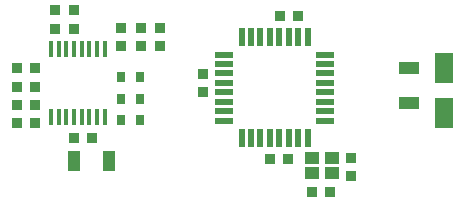
<source format=gtp>
G04*
G04 #@! TF.GenerationSoftware,Altium Limited,Altium Designer,20.2.6 (244)*
G04*
G04 Layer_Color=8421504*
%FSLAX25Y25*%
%MOIN*%
G70*
G04*
G04 #@! TF.SameCoordinates,1A3BA952-A66C-493A-B53E-150E5816C36F*
G04*
G04*
G04 #@! TF.FilePolarity,Positive*
G04*
G01*
G75*
%ADD15R,0.01772X0.05512*%
%ADD16R,0.03150X0.03740*%
%ADD17R,0.05906X0.02362*%
%ADD18R,0.02362X0.05906*%
%ADD19R,0.03740X0.03543*%
%ADD20R,0.06496X0.09843*%
%ADD21R,0.04528X0.03937*%
%ADD22R,0.03543X0.03740*%
%ADD23R,0.06890X0.04331*%
%ADD24R,0.04331X0.06890*%
D15*
X58563Y54921D02*
D03*
X56004D02*
D03*
X53445D02*
D03*
X50886D02*
D03*
X48327D02*
D03*
X45768D02*
D03*
X43209D02*
D03*
X40650D02*
D03*
X58563Y32087D02*
D03*
X56004D02*
D03*
X53445D02*
D03*
X50886D02*
D03*
X48327D02*
D03*
X45768D02*
D03*
X43209D02*
D03*
X40650D02*
D03*
D16*
X64075Y45472D02*
D03*
X70374D02*
D03*
X64075Y38386D02*
D03*
X70374D02*
D03*
X64075Y31299D02*
D03*
X70374D02*
D03*
D17*
X131949Y49902D02*
D03*
Y46752D02*
D03*
Y53051D02*
D03*
Y40453D02*
D03*
Y37303D02*
D03*
Y43602D02*
D03*
Y34154D02*
D03*
Y31004D02*
D03*
X98484Y53051D02*
D03*
Y46752D02*
D03*
Y43602D02*
D03*
Y49902D02*
D03*
Y37303D02*
D03*
Y34154D02*
D03*
Y40453D02*
D03*
Y31004D02*
D03*
D18*
X113642Y58760D02*
D03*
X116791D02*
D03*
X110492D02*
D03*
X123091D02*
D03*
X126240D02*
D03*
X119941D02*
D03*
X126240Y25295D02*
D03*
X113642D02*
D03*
X116791D02*
D03*
X110492D02*
D03*
X123091D02*
D03*
X119941D02*
D03*
X104193Y58760D02*
D03*
X107343D02*
D03*
Y25295D02*
D03*
X104193D02*
D03*
D19*
X91339Y46555D02*
D03*
Y40453D02*
D03*
X140807Y18602D02*
D03*
Y12500D02*
D03*
X48228Y67815D02*
D03*
Y61713D02*
D03*
X42028D02*
D03*
Y67815D02*
D03*
X64075Y62008D02*
D03*
Y55905D02*
D03*
X70571Y62008D02*
D03*
Y55905D02*
D03*
X35335Y48425D02*
D03*
Y42323D02*
D03*
X29232D02*
D03*
Y48425D02*
D03*
X77067Y62008D02*
D03*
Y55905D02*
D03*
D20*
X171653Y48465D02*
D03*
Y33701D02*
D03*
D21*
X134409Y18602D02*
D03*
Y13484D02*
D03*
X127520Y18602D02*
D03*
Y13484D02*
D03*
D22*
X119744Y18110D02*
D03*
X113642D02*
D03*
X133622Y7382D02*
D03*
X127520D02*
D03*
X123091Y65945D02*
D03*
X116988D02*
D03*
X35335Y30217D02*
D03*
X29232D02*
D03*
X35335Y36319D02*
D03*
X29232D02*
D03*
X48327Y25197D02*
D03*
X54429D02*
D03*
D23*
X159843Y36850D02*
D03*
Y48465D02*
D03*
D24*
X48327Y17520D02*
D03*
X59941D02*
D03*
M02*

</source>
